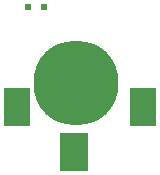
<source format=gbs>
%FSTAX43Y43*%
%MOMM*%
%SFA1B1*%

%IPPOS*%
%ADD22R,2.299995X3.199994*%
%ADD23R,2.399995X3.199994*%
%ADD24R,2.299995X3.199994*%
%ADD37C,6.202988*%
%ADD38R,0.552999X0.502999*%
%ADD39C,7.202986*%
%LNpcb2-1*%
%LPD*%
G54D22*
X0067449Y0075399D03*
G54D23*
X0072199Y0071599D03*
G54D24*
X0078049Y0075399D03*
G54D37*
X0072399Y0077399D03*
G54D38*
X0069674Y0083899D03*
X0068324D03*
G54D39*
X0072399Y0077399D03*
M02*
</source>
